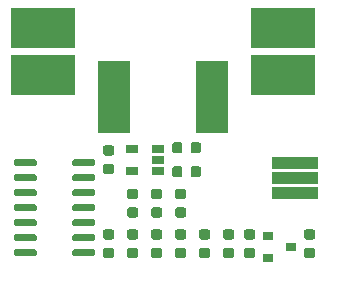
<source format=gtp>
%TF.GenerationSoftware,KiCad,Pcbnew,(5.1.6)-1*%
%TF.CreationDate,2020-05-29T23:07:58+02:00*%
%TF.ProjectId,HottTankuhr,486f7474-5461-46e6-9b75-68722e6b6963,rev?*%
%TF.SameCoordinates,Original*%
%TF.FileFunction,Paste,Top*%
%TF.FilePolarity,Positive*%
%FSLAX46Y46*%
G04 Gerber Fmt 4.6, Leading zero omitted, Abs format (unit mm)*
G04 Created by KiCad (PCBNEW (5.1.6)-1) date 2020-05-29 23:07:58*
%MOMM*%
%LPD*%
G01*
G04 APERTURE LIST*
%ADD10R,5.500000X3.500000*%
%ADD11R,2.700000X6.200000*%
%ADD12R,4.000000X1.000000*%
%ADD13R,0.900000X0.800000*%
%ADD14R,1.060000X0.650000*%
G04 APERTURE END LIST*
D10*
X160020000Y-86900000D03*
X160020000Y-90900000D03*
X139700000Y-86900000D03*
X139700000Y-90900000D03*
G36*
G01*
X162562250Y-106381000D02*
X162049750Y-106381000D01*
G75*
G02*
X161831000Y-106162250I0J218750D01*
G01*
X161831000Y-105724750D01*
G75*
G02*
X162049750Y-105506000I218750J0D01*
G01*
X162562250Y-105506000D01*
G75*
G02*
X162781000Y-105724750I0J-218750D01*
G01*
X162781000Y-106162250D01*
G75*
G02*
X162562250Y-106381000I-218750J0D01*
G01*
G37*
G36*
G01*
X162562250Y-104806000D02*
X162049750Y-104806000D01*
G75*
G02*
X161831000Y-104587250I0J218750D01*
G01*
X161831000Y-104149750D01*
G75*
G02*
X162049750Y-103931000I218750J0D01*
G01*
X162562250Y-103931000D01*
G75*
G02*
X162781000Y-104149750I0J-218750D01*
G01*
X162781000Y-104587250D01*
G75*
G02*
X162562250Y-104806000I-218750J0D01*
G01*
G37*
G36*
G01*
X145031750Y-105506000D02*
X145544250Y-105506000D01*
G75*
G02*
X145763000Y-105724750I0J-218750D01*
G01*
X145763000Y-106162250D01*
G75*
G02*
X145544250Y-106381000I-218750J0D01*
G01*
X145031750Y-106381000D01*
G75*
G02*
X144813000Y-106162250I0J218750D01*
G01*
X144813000Y-105724750D01*
G75*
G02*
X145031750Y-105506000I218750J0D01*
G01*
G37*
G36*
G01*
X145031750Y-103931000D02*
X145544250Y-103931000D01*
G75*
G02*
X145763000Y-104149750I0J-218750D01*
G01*
X145763000Y-104587250D01*
G75*
G02*
X145544250Y-104806000I-218750J0D01*
G01*
X145031750Y-104806000D01*
G75*
G02*
X144813000Y-104587250I0J218750D01*
G01*
X144813000Y-104149750D01*
G75*
G02*
X145031750Y-103931000I218750J0D01*
G01*
G37*
D11*
X154010000Y-92710000D03*
X145710000Y-92710000D03*
G36*
G01*
X151127750Y-105506000D02*
X151640250Y-105506000D01*
G75*
G02*
X151859000Y-105724750I0J-218750D01*
G01*
X151859000Y-106162250D01*
G75*
G02*
X151640250Y-106381000I-218750J0D01*
G01*
X151127750Y-106381000D01*
G75*
G02*
X150909000Y-106162250I0J218750D01*
G01*
X150909000Y-105724750D01*
G75*
G02*
X151127750Y-105506000I218750J0D01*
G01*
G37*
G36*
G01*
X151127750Y-103931000D02*
X151640250Y-103931000D01*
G75*
G02*
X151859000Y-104149750I0J-218750D01*
G01*
X151859000Y-104587250D01*
G75*
G02*
X151640250Y-104806000I-218750J0D01*
G01*
X151127750Y-104806000D01*
G75*
G02*
X150909000Y-104587250I0J218750D01*
G01*
X150909000Y-104149750D01*
G75*
G02*
X151127750Y-103931000I218750J0D01*
G01*
G37*
G36*
G01*
X147576250Y-104806000D02*
X147063750Y-104806000D01*
G75*
G02*
X146845000Y-104587250I0J218750D01*
G01*
X146845000Y-104149750D01*
G75*
G02*
X147063750Y-103931000I218750J0D01*
G01*
X147576250Y-103931000D01*
G75*
G02*
X147795000Y-104149750I0J-218750D01*
G01*
X147795000Y-104587250D01*
G75*
G02*
X147576250Y-104806000I-218750J0D01*
G01*
G37*
G36*
G01*
X147576250Y-106381000D02*
X147063750Y-106381000D01*
G75*
G02*
X146845000Y-106162250I0J218750D01*
G01*
X146845000Y-105724750D01*
G75*
G02*
X147063750Y-105506000I218750J0D01*
G01*
X147576250Y-105506000D01*
G75*
G02*
X147795000Y-105724750I0J-218750D01*
G01*
X147795000Y-106162250D01*
G75*
G02*
X147576250Y-106381000I-218750J0D01*
G01*
G37*
G36*
G01*
X153159750Y-105506000D02*
X153672250Y-105506000D01*
G75*
G02*
X153891000Y-105724750I0J-218750D01*
G01*
X153891000Y-106162250D01*
G75*
G02*
X153672250Y-106381000I-218750J0D01*
G01*
X153159750Y-106381000D01*
G75*
G02*
X152941000Y-106162250I0J218750D01*
G01*
X152941000Y-105724750D01*
G75*
G02*
X153159750Y-105506000I218750J0D01*
G01*
G37*
G36*
G01*
X153159750Y-103931000D02*
X153672250Y-103931000D01*
G75*
G02*
X153891000Y-104149750I0J-218750D01*
G01*
X153891000Y-104587250D01*
G75*
G02*
X153672250Y-104806000I-218750J0D01*
G01*
X153159750Y-104806000D01*
G75*
G02*
X152941000Y-104587250I0J218750D01*
G01*
X152941000Y-104149750D01*
G75*
G02*
X153159750Y-103931000I218750J0D01*
G01*
G37*
G36*
G01*
X149095750Y-105506000D02*
X149608250Y-105506000D01*
G75*
G02*
X149827000Y-105724750I0J-218750D01*
G01*
X149827000Y-106162250D01*
G75*
G02*
X149608250Y-106381000I-218750J0D01*
G01*
X149095750Y-106381000D01*
G75*
G02*
X148877000Y-106162250I0J218750D01*
G01*
X148877000Y-105724750D01*
G75*
G02*
X149095750Y-105506000I218750J0D01*
G01*
G37*
G36*
G01*
X149095750Y-103931000D02*
X149608250Y-103931000D01*
G75*
G02*
X149827000Y-104149750I0J-218750D01*
G01*
X149827000Y-104587250D01*
G75*
G02*
X149608250Y-104806000I-218750J0D01*
G01*
X149095750Y-104806000D01*
G75*
G02*
X148877000Y-104587250I0J218750D01*
G01*
X148877000Y-104149750D01*
G75*
G02*
X149095750Y-103931000I218750J0D01*
G01*
G37*
G36*
G01*
X149608250Y-101377000D02*
X149095750Y-101377000D01*
G75*
G02*
X148877000Y-101158250I0J218750D01*
G01*
X148877000Y-100720750D01*
G75*
G02*
X149095750Y-100502000I218750J0D01*
G01*
X149608250Y-100502000D01*
G75*
G02*
X149827000Y-100720750I0J-218750D01*
G01*
X149827000Y-101158250D01*
G75*
G02*
X149608250Y-101377000I-218750J0D01*
G01*
G37*
G36*
G01*
X149608250Y-102952000D02*
X149095750Y-102952000D01*
G75*
G02*
X148877000Y-102733250I0J218750D01*
G01*
X148877000Y-102295750D01*
G75*
G02*
X149095750Y-102077000I218750J0D01*
G01*
X149608250Y-102077000D01*
G75*
G02*
X149827000Y-102295750I0J-218750D01*
G01*
X149827000Y-102733250D01*
G75*
G02*
X149608250Y-102952000I-218750J0D01*
G01*
G37*
G36*
G01*
X147063750Y-102077000D02*
X147576250Y-102077000D01*
G75*
G02*
X147795000Y-102295750I0J-218750D01*
G01*
X147795000Y-102733250D01*
G75*
G02*
X147576250Y-102952000I-218750J0D01*
G01*
X147063750Y-102952000D01*
G75*
G02*
X146845000Y-102733250I0J218750D01*
G01*
X146845000Y-102295750D01*
G75*
G02*
X147063750Y-102077000I218750J0D01*
G01*
G37*
G36*
G01*
X147063750Y-100502000D02*
X147576250Y-100502000D01*
G75*
G02*
X147795000Y-100720750I0J-218750D01*
G01*
X147795000Y-101158250D01*
G75*
G02*
X147576250Y-101377000I-218750J0D01*
G01*
X147063750Y-101377000D01*
G75*
G02*
X146845000Y-101158250I0J218750D01*
G01*
X146845000Y-100720750D01*
G75*
G02*
X147063750Y-100502000I218750J0D01*
G01*
G37*
G36*
G01*
X152242000Y-99316250D02*
X152242000Y-98803750D01*
G75*
G02*
X152460750Y-98585000I218750J0D01*
G01*
X152898250Y-98585000D01*
G75*
G02*
X153117000Y-98803750I0J-218750D01*
G01*
X153117000Y-99316250D01*
G75*
G02*
X152898250Y-99535000I-218750J0D01*
G01*
X152460750Y-99535000D01*
G75*
G02*
X152242000Y-99316250I0J218750D01*
G01*
G37*
G36*
G01*
X150667000Y-99316250D02*
X150667000Y-98803750D01*
G75*
G02*
X150885750Y-98585000I218750J0D01*
G01*
X151323250Y-98585000D01*
G75*
G02*
X151542000Y-98803750I0J-218750D01*
G01*
X151542000Y-99316250D01*
G75*
G02*
X151323250Y-99535000I-218750J0D01*
G01*
X150885750Y-99535000D01*
G75*
G02*
X150667000Y-99316250I0J218750D01*
G01*
G37*
G36*
G01*
X155704250Y-104806000D02*
X155191750Y-104806000D01*
G75*
G02*
X154973000Y-104587250I0J218750D01*
G01*
X154973000Y-104149750D01*
G75*
G02*
X155191750Y-103931000I218750J0D01*
G01*
X155704250Y-103931000D01*
G75*
G02*
X155923000Y-104149750I0J-218750D01*
G01*
X155923000Y-104587250D01*
G75*
G02*
X155704250Y-104806000I-218750J0D01*
G01*
G37*
G36*
G01*
X155704250Y-106381000D02*
X155191750Y-106381000D01*
G75*
G02*
X154973000Y-106162250I0J218750D01*
G01*
X154973000Y-105724750D01*
G75*
G02*
X155191750Y-105506000I218750J0D01*
G01*
X155704250Y-105506000D01*
G75*
G02*
X155923000Y-105724750I0J-218750D01*
G01*
X155923000Y-106162250D01*
G75*
G02*
X155704250Y-106381000I-218750J0D01*
G01*
G37*
G36*
G01*
X151640250Y-101377000D02*
X151127750Y-101377000D01*
G75*
G02*
X150909000Y-101158250I0J218750D01*
G01*
X150909000Y-100720750D01*
G75*
G02*
X151127750Y-100502000I218750J0D01*
G01*
X151640250Y-100502000D01*
G75*
G02*
X151859000Y-100720750I0J-218750D01*
G01*
X151859000Y-101158250D01*
G75*
G02*
X151640250Y-101377000I-218750J0D01*
G01*
G37*
G36*
G01*
X151640250Y-102952000D02*
X151127750Y-102952000D01*
G75*
G02*
X150909000Y-102733250I0J218750D01*
G01*
X150909000Y-102295750D01*
G75*
G02*
X151127750Y-102077000I218750J0D01*
G01*
X151640250Y-102077000D01*
G75*
G02*
X151859000Y-102295750I0J-218750D01*
G01*
X151859000Y-102733250D01*
G75*
G02*
X151640250Y-102952000I-218750J0D01*
G01*
G37*
G36*
G01*
X152242000Y-97284250D02*
X152242000Y-96771750D01*
G75*
G02*
X152460750Y-96553000I218750J0D01*
G01*
X152898250Y-96553000D01*
G75*
G02*
X153117000Y-96771750I0J-218750D01*
G01*
X153117000Y-97284250D01*
G75*
G02*
X152898250Y-97503000I-218750J0D01*
G01*
X152460750Y-97503000D01*
G75*
G02*
X152242000Y-97284250I0J218750D01*
G01*
G37*
G36*
G01*
X150667000Y-97284250D02*
X150667000Y-96771750D01*
G75*
G02*
X150885750Y-96553000I218750J0D01*
G01*
X151323250Y-96553000D01*
G75*
G02*
X151542000Y-96771750I0J-218750D01*
G01*
X151542000Y-97284250D01*
G75*
G02*
X151323250Y-97503000I-218750J0D01*
G01*
X150885750Y-97503000D01*
G75*
G02*
X150667000Y-97284250I0J218750D01*
G01*
G37*
G36*
G01*
X157482250Y-104806000D02*
X156969750Y-104806000D01*
G75*
G02*
X156751000Y-104587250I0J218750D01*
G01*
X156751000Y-104149750D01*
G75*
G02*
X156969750Y-103931000I218750J0D01*
G01*
X157482250Y-103931000D01*
G75*
G02*
X157701000Y-104149750I0J-218750D01*
G01*
X157701000Y-104587250D01*
G75*
G02*
X157482250Y-104806000I-218750J0D01*
G01*
G37*
G36*
G01*
X157482250Y-106381000D02*
X156969750Y-106381000D01*
G75*
G02*
X156751000Y-106162250I0J218750D01*
G01*
X156751000Y-105724750D01*
G75*
G02*
X156969750Y-105506000I218750J0D01*
G01*
X157482250Y-105506000D01*
G75*
G02*
X157701000Y-105724750I0J-218750D01*
G01*
X157701000Y-106162250D01*
G75*
G02*
X157482250Y-106381000I-218750J0D01*
G01*
G37*
G36*
G01*
X145031750Y-96819000D02*
X145544250Y-96819000D01*
G75*
G02*
X145763000Y-97037750I0J-218750D01*
G01*
X145763000Y-97475250D01*
G75*
G02*
X145544250Y-97694000I-218750J0D01*
G01*
X145031750Y-97694000D01*
G75*
G02*
X144813000Y-97475250I0J218750D01*
G01*
X144813000Y-97037750D01*
G75*
G02*
X145031750Y-96819000I218750J0D01*
G01*
G37*
G36*
G01*
X145031750Y-98394000D02*
X145544250Y-98394000D01*
G75*
G02*
X145763000Y-98612750I0J-218750D01*
G01*
X145763000Y-99050250D01*
G75*
G02*
X145544250Y-99269000I-218750J0D01*
G01*
X145031750Y-99269000D01*
G75*
G02*
X144813000Y-99050250I0J218750D01*
G01*
X144813000Y-98612750D01*
G75*
G02*
X145031750Y-98394000I218750J0D01*
G01*
G37*
D12*
X161036000Y-98298000D03*
X161036000Y-99568000D03*
X161036000Y-100838000D03*
D13*
X158766000Y-104460000D03*
X158766000Y-106360000D03*
X160766000Y-105410000D03*
G36*
G01*
X144166000Y-105768000D02*
X144166000Y-106068000D01*
G75*
G02*
X144016000Y-106218000I-150000J0D01*
G01*
X142366000Y-106218000D01*
G75*
G02*
X142216000Y-106068000I0J150000D01*
G01*
X142216000Y-105768000D01*
G75*
G02*
X142366000Y-105618000I150000J0D01*
G01*
X144016000Y-105618000D01*
G75*
G02*
X144166000Y-105768000I0J-150000D01*
G01*
G37*
G36*
G01*
X144166000Y-104498000D02*
X144166000Y-104798000D01*
G75*
G02*
X144016000Y-104948000I-150000J0D01*
G01*
X142366000Y-104948000D01*
G75*
G02*
X142216000Y-104798000I0J150000D01*
G01*
X142216000Y-104498000D01*
G75*
G02*
X142366000Y-104348000I150000J0D01*
G01*
X144016000Y-104348000D01*
G75*
G02*
X144166000Y-104498000I0J-150000D01*
G01*
G37*
G36*
G01*
X144166000Y-103228000D02*
X144166000Y-103528000D01*
G75*
G02*
X144016000Y-103678000I-150000J0D01*
G01*
X142366000Y-103678000D01*
G75*
G02*
X142216000Y-103528000I0J150000D01*
G01*
X142216000Y-103228000D01*
G75*
G02*
X142366000Y-103078000I150000J0D01*
G01*
X144016000Y-103078000D01*
G75*
G02*
X144166000Y-103228000I0J-150000D01*
G01*
G37*
G36*
G01*
X144166000Y-101958000D02*
X144166000Y-102258000D01*
G75*
G02*
X144016000Y-102408000I-150000J0D01*
G01*
X142366000Y-102408000D01*
G75*
G02*
X142216000Y-102258000I0J150000D01*
G01*
X142216000Y-101958000D01*
G75*
G02*
X142366000Y-101808000I150000J0D01*
G01*
X144016000Y-101808000D01*
G75*
G02*
X144166000Y-101958000I0J-150000D01*
G01*
G37*
G36*
G01*
X144166000Y-100688000D02*
X144166000Y-100988000D01*
G75*
G02*
X144016000Y-101138000I-150000J0D01*
G01*
X142366000Y-101138000D01*
G75*
G02*
X142216000Y-100988000I0J150000D01*
G01*
X142216000Y-100688000D01*
G75*
G02*
X142366000Y-100538000I150000J0D01*
G01*
X144016000Y-100538000D01*
G75*
G02*
X144166000Y-100688000I0J-150000D01*
G01*
G37*
G36*
G01*
X144166000Y-99418000D02*
X144166000Y-99718000D01*
G75*
G02*
X144016000Y-99868000I-150000J0D01*
G01*
X142366000Y-99868000D01*
G75*
G02*
X142216000Y-99718000I0J150000D01*
G01*
X142216000Y-99418000D01*
G75*
G02*
X142366000Y-99268000I150000J0D01*
G01*
X144016000Y-99268000D01*
G75*
G02*
X144166000Y-99418000I0J-150000D01*
G01*
G37*
G36*
G01*
X144166000Y-98148000D02*
X144166000Y-98448000D01*
G75*
G02*
X144016000Y-98598000I-150000J0D01*
G01*
X142366000Y-98598000D01*
G75*
G02*
X142216000Y-98448000I0J150000D01*
G01*
X142216000Y-98148000D01*
G75*
G02*
X142366000Y-97998000I150000J0D01*
G01*
X144016000Y-97998000D01*
G75*
G02*
X144166000Y-98148000I0J-150000D01*
G01*
G37*
G36*
G01*
X139216000Y-98148000D02*
X139216000Y-98448000D01*
G75*
G02*
X139066000Y-98598000I-150000J0D01*
G01*
X137416000Y-98598000D01*
G75*
G02*
X137266000Y-98448000I0J150000D01*
G01*
X137266000Y-98148000D01*
G75*
G02*
X137416000Y-97998000I150000J0D01*
G01*
X139066000Y-97998000D01*
G75*
G02*
X139216000Y-98148000I0J-150000D01*
G01*
G37*
G36*
G01*
X139216000Y-99418000D02*
X139216000Y-99718000D01*
G75*
G02*
X139066000Y-99868000I-150000J0D01*
G01*
X137416000Y-99868000D01*
G75*
G02*
X137266000Y-99718000I0J150000D01*
G01*
X137266000Y-99418000D01*
G75*
G02*
X137416000Y-99268000I150000J0D01*
G01*
X139066000Y-99268000D01*
G75*
G02*
X139216000Y-99418000I0J-150000D01*
G01*
G37*
G36*
G01*
X139216000Y-100688000D02*
X139216000Y-100988000D01*
G75*
G02*
X139066000Y-101138000I-150000J0D01*
G01*
X137416000Y-101138000D01*
G75*
G02*
X137266000Y-100988000I0J150000D01*
G01*
X137266000Y-100688000D01*
G75*
G02*
X137416000Y-100538000I150000J0D01*
G01*
X139066000Y-100538000D01*
G75*
G02*
X139216000Y-100688000I0J-150000D01*
G01*
G37*
G36*
G01*
X139216000Y-101958000D02*
X139216000Y-102258000D01*
G75*
G02*
X139066000Y-102408000I-150000J0D01*
G01*
X137416000Y-102408000D01*
G75*
G02*
X137266000Y-102258000I0J150000D01*
G01*
X137266000Y-101958000D01*
G75*
G02*
X137416000Y-101808000I150000J0D01*
G01*
X139066000Y-101808000D01*
G75*
G02*
X139216000Y-101958000I0J-150000D01*
G01*
G37*
G36*
G01*
X139216000Y-103228000D02*
X139216000Y-103528000D01*
G75*
G02*
X139066000Y-103678000I-150000J0D01*
G01*
X137416000Y-103678000D01*
G75*
G02*
X137266000Y-103528000I0J150000D01*
G01*
X137266000Y-103228000D01*
G75*
G02*
X137416000Y-103078000I150000J0D01*
G01*
X139066000Y-103078000D01*
G75*
G02*
X139216000Y-103228000I0J-150000D01*
G01*
G37*
G36*
G01*
X139216000Y-104498000D02*
X139216000Y-104798000D01*
G75*
G02*
X139066000Y-104948000I-150000J0D01*
G01*
X137416000Y-104948000D01*
G75*
G02*
X137266000Y-104798000I0J150000D01*
G01*
X137266000Y-104498000D01*
G75*
G02*
X137416000Y-104348000I150000J0D01*
G01*
X139066000Y-104348000D01*
G75*
G02*
X139216000Y-104498000I0J-150000D01*
G01*
G37*
G36*
G01*
X139216000Y-105768000D02*
X139216000Y-106068000D01*
G75*
G02*
X139066000Y-106218000I-150000J0D01*
G01*
X137416000Y-106218000D01*
G75*
G02*
X137266000Y-106068000I0J150000D01*
G01*
X137266000Y-105768000D01*
G75*
G02*
X137416000Y-105618000I150000J0D01*
G01*
X139066000Y-105618000D01*
G75*
G02*
X139216000Y-105768000I0J-150000D01*
G01*
G37*
D14*
X149436000Y-98994000D03*
X149436000Y-98044000D03*
X149436000Y-97094000D03*
X147236000Y-97094000D03*
X147236000Y-98994000D03*
M02*

</source>
